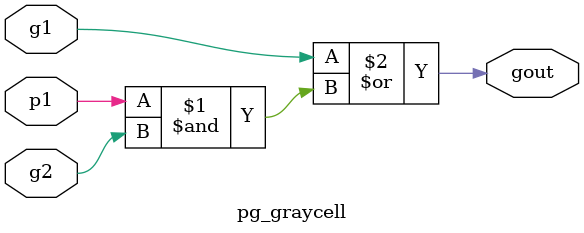
<source format=v>
module pg_graycell(
	input p1, 
	input g1, 
	input g2,
	output gout
);

// Gray cell takes the current generate and propagate terms and the previous generate term.
// It then sees if the current bit will generate a carry.
assign gout = g1 | (p1 & g2) ;
	
endmodule

</source>
